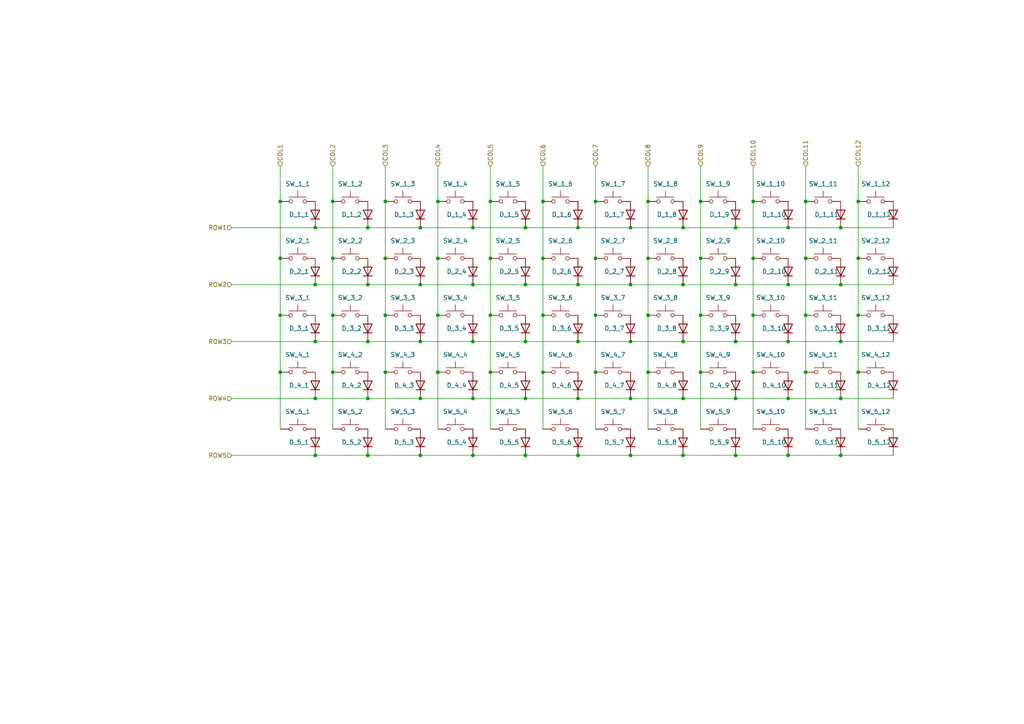
<source format=kicad_sch>
(kicad_sch (version 20250114) (generator "eeschema") (generator_version "9.0")
  (paper "A4")
  (lib_symbols
    (symbol "Device:D" (pin_numbers (hide yes)) (pin_names (offset 1.016) (hide yes))
      (property "Reference" "D" (at 0 2.54 0))
      (property "Value" "D" (at 0 -2.54 0))
      (symbol "D_0_1"
        (polyline (pts (xy -1.27 1.27) (xy -1.27 -1.27)) (stroke (width 0.254)))
        (polyline (pts (xy 1.27 1.27) (xy 1.27 -1.27) (xy -1.27 0) (xy 1.27 1.27)) (stroke (width 0.254)))
        (polyline (pts (xy 1.27 0) (xy -1.27 0)))
      )
      (symbol "D_1_1"
        (pin passive line (at -3.81 0 0) (length 2.54) (name "K") (number "1"))
        (pin passive line (at 3.81 0 180) (length 2.54) (name "A") (number "2"))
      )
    )
    (symbol "Switch:SW_Push" (pin_numbers (hide yes)) (pin_names (offset 1.016) (hide yes))
      (property "Reference" "SW" (at 1.27 2.54 0))
      (property "Value" "SW_Push" (at 0 -1.524 0))
      (symbol "SW_Push_0_1"
        (circle (center -2.032 0) (radius 0.508))
        (polyline (pts (xy 0 1.27) (xy 0 3.048)))
        (circle (center 2.032 0) (radius 0.508))
        (polyline (pts (xy 2.54 1.27) (xy -2.54 1.27)))
        (pin passive line (at -5.08 0 0) (length 2.54) (name "1") (number "1"))
        (pin passive line (at 5.08 0 180) (length 2.54) (name "2") (number "2"))
      )
    )
  )
  (junction (at 121.92 115.57))
  (junction (at 213.36 115.57))
  (junction (at 198.12 132.08))
  (junction (at 228.6 132.08))
  (junction (at 121.92 132.08))
  (junction (at 243.84 66.04))
  (junction (at 157.48 74.93))
  (junction (at 198.12 99.06))
  (junction (at 106.68 99.06))
  (junction (at 96.52 74.93))
  (junction (at 182.88 115.57))
  (junction (at 213.36 82.55))
  (junction (at 213.36 66.04))
  (junction (at 142.24 91.44))
  (junction (at 167.64 132.08))
  (junction (at 127 107.95))
  (junction (at 91.44 115.57))
  (junction (at 233.68 107.95))
  (junction (at 233.68 58.42))
  (junction (at 203.2 74.93))
  (junction (at 218.44 91.44))
  (junction (at 137.16 132.08))
  (junction (at 111.76 91.44))
  (junction (at 91.44 99.06))
  (junction (at 106.68 82.55))
  (junction (at 243.84 99.06))
  (junction (at 182.88 66.04))
  (junction (at 243.84 82.55))
  (junction (at 228.6 99.06))
  (junction (at 218.44 58.42))
  (junction (at 91.44 132.08))
  (junction (at 111.76 107.95))
  (junction (at 137.16 115.57))
  (junction (at 142.24 74.93))
  (junction (at 228.6 115.57))
  (junction (at 111.76 74.93))
  (junction (at 121.92 66.04))
  (junction (at 187.96 91.44))
  (junction (at 152.4 99.06))
  (junction (at 167.64 66.04))
  (junction (at 81.28 91.44))
  (junction (at 167.64 99.06))
  (junction (at 187.96 74.93))
  (junction (at 91.44 66.04))
  (junction (at 167.64 82.55))
  (junction (at 243.84 132.08))
  (junction (at 157.48 58.42))
  (junction (at 152.4 132.08))
  (junction (at 91.44 82.55))
  (junction (at 218.44 74.93))
  (junction (at 127 58.42))
  (junction (at 203.2 107.95))
  (junction (at 228.6 82.55))
  (junction (at 152.4 82.55))
  (junction (at 198.12 115.57))
  (junction (at 111.76 58.42))
  (junction (at 137.16 82.55))
  (junction (at 81.28 58.42))
  (junction (at 137.16 99.06))
  (junction (at 203.2 91.44))
  (junction (at 152.4 115.57))
  (junction (at 198.12 82.55))
  (junction (at 172.72 58.42))
  (junction (at 152.4 66.04))
  (junction (at 81.28 107.95))
  (junction (at 182.88 132.08))
  (junction (at 137.16 66.04))
  (junction (at 233.68 91.44))
  (junction (at 213.36 132.08))
  (junction (at 167.64 115.57))
  (junction (at 187.96 107.95))
  (junction (at 127 91.44))
  (junction (at 218.44 107.95))
  (junction (at 121.92 99.06))
  (junction (at 142.24 107.95))
  (junction (at 248.92 107.95))
  (junction (at 172.72 74.93))
  (junction (at 248.92 74.93))
  (junction (at 106.68 132.08))
  (junction (at 157.48 91.44))
  (junction (at 198.12 66.04))
  (junction (at 228.6 66.04))
  (junction (at 243.84 115.57))
  (junction (at 96.52 107.95))
  (junction (at 81.28 74.93))
  (junction (at 142.24 58.42))
  (junction (at 96.52 91.44))
  (junction (at 157.48 107.95))
  (junction (at 187.96 58.42))
  (junction (at 182.88 82.55))
  (junction (at 233.68 74.93))
  (junction (at 213.36 99.06))
  (junction (at 203.2 58.42))
  (junction (at 248.92 91.44))
  (junction (at 96.52 58.42))
  (junction (at 106.68 115.57))
  (junction (at 121.92 82.55))
  (junction (at 248.92 58.42))
  (junction (at 172.72 107.95))
  (junction (at 172.72 91.44))
  (junction (at 127 74.93))
  (junction (at 106.68 66.04))
  (junction (at 182.88 99.06))
  (wire (pts (xy 187.96 74.93) (xy 187.96 91.44)))
  (wire (pts (xy 111.76 107.95) (xy 111.76 124.46)))
  (wire (pts (xy 182.88 82.55) (xy 198.12 82.55)))
  (wire (pts (xy 198.12 66.04) (xy 213.36 66.04)))
  (wire (pts (xy 121.92 115.57) (xy 106.68 115.57)))
  (wire (pts (xy 127 74.93) (xy 127 91.44)))
  (wire (pts (xy 106.68 82.55) (xy 121.92 82.55)))
  (wire (pts (xy 172.72 91.44) (xy 172.72 107.95)))
  (wire (pts (xy 187.96 48.26) (xy 187.96 58.42)))
  (wire (pts (xy 233.68 58.42) (xy 233.68 74.93)))
  (wire (pts (xy 127 107.95) (xy 127 124.46)))
  (wire (pts (xy 182.88 115.57) (xy 167.64 115.57)))
  (wire (pts (xy 182.88 132.08) (xy 167.64 132.08)))
  (wire (pts (xy 106.68 132.08) (xy 91.44 132.08)))
  (wire (pts (xy 157.48 74.93) (xy 157.48 91.44)))
  (wire (pts (xy 167.64 66.04) (xy 152.4 66.04)))
  (wire (pts (xy 259.08 132.08) (xy 243.84 132.08)))
  (wire (pts (xy 121.92 132.08) (xy 106.68 132.08)))
  (wire (pts (xy 213.36 115.57) (xy 198.12 115.57)))
  (wire (pts (xy 142.24 74.93) (xy 142.24 91.44)))
  (wire (pts (xy 91.44 66.04) (xy 106.68 66.04)))
  (wire (pts (xy 111.76 48.26) (xy 111.76 58.42)))
  (wire (pts (xy 218.44 91.44) (xy 218.44 107.95)))
  (wire (pts (xy 233.68 48.26) (xy 233.68 58.42)))
  (wire (pts (xy 248.92 107.95) (xy 248.92 124.46)))
  (wire (pts (xy 218.44 48.26) (xy 218.44 58.42)))
  (wire (pts (xy 81.28 74.93) (xy 81.28 91.44)))
  (wire (pts (xy 142.24 48.26) (xy 142.24 58.42)))
  (wire (pts (xy 228.6 115.57) (xy 213.36 115.57)))
  (wire (pts (xy 203.2 91.44) (xy 203.2 107.95)))
  (wire (pts (xy 218.44 74.93) (xy 218.44 91.44)))
  (wire (pts (xy 172.72 48.26) (xy 172.72 58.42)))
  (wire (pts (xy 91.44 132.08) (xy 67.31 132.08)))
  (wire (pts (xy 142.24 58.42) (xy 142.24 74.93)))
  (wire (pts (xy 152.4 115.57) (xy 137.16 115.57)))
  (wire (pts (xy 228.6 66.04) (xy 243.84 66.04)))
  (wire (pts (xy 243.84 66.04) (xy 259.08 66.04)))
  (wire (pts (xy 91.44 66.04) (xy 67.31 66.04)))
  (wire (pts (xy 157.48 91.44) (xy 157.48 107.95)))
  (wire (pts (xy 142.24 107.95) (xy 142.24 124.46)))
  (wire (pts (xy 167.64 66.04) (xy 182.88 66.04)))
  (wire (pts (xy 198.12 115.57) (xy 182.88 115.57)))
  (wire (pts (xy 96.52 74.93) (xy 96.52 91.44)))
  (wire (pts (xy 127 58.42) (xy 127 74.93)))
  (wire (pts (xy 81.28 58.42) (xy 81.28 74.93)))
  (wire (pts (xy 218.44 58.42) (xy 218.44 74.93)))
  (wire (pts (xy 233.68 107.95) (xy 233.68 124.46)))
  (wire (pts (xy 198.12 99.06) (xy 213.36 99.06)))
  (wire (pts (xy 167.64 115.57) (xy 152.4 115.57)))
  (wire (pts (xy 167.64 82.55) (xy 182.88 82.55)))
  (wire (pts (xy 127 91.44) (xy 127 107.95)))
  (wire (pts (xy 248.92 58.42) (xy 248.92 74.93)))
  (wire (pts (xy 152.4 82.55) (xy 167.64 82.55)))
  (wire (pts (xy 121.92 66.04) (xy 137.16 66.04)))
  (wire (pts (xy 91.44 82.55) (xy 106.68 82.55)))
  (wire (pts (xy 81.28 48.26) (xy 81.28 58.42)))
  (wire (pts (xy 111.76 91.44) (xy 111.76 107.95)))
  (wire (pts (xy 228.6 82.55) (xy 243.84 82.55)))
  (wire (pts (xy 137.16 115.57) (xy 121.92 115.57)))
  (wire (pts (xy 157.48 48.26) (xy 157.48 58.42)))
  (wire (pts (xy 233.68 74.93) (xy 233.68 91.44)))
  (wire (pts (xy 233.68 91.44) (xy 233.68 107.95)))
  (wire (pts (xy 259.08 115.57) (xy 243.84 115.57)))
  (wire (pts (xy 243.84 115.57) (xy 228.6 115.57)))
  (wire (pts (xy 213.36 66.04) (xy 228.6 66.04)))
  (wire (pts (xy 187.96 58.42) (xy 187.96 74.93)))
  (wire (pts (xy 91.44 115.57) (xy 67.31 115.57)))
  (wire (pts (xy 121.92 99.06) (xy 137.16 99.06)))
  (wire (pts (xy 203.2 74.93) (xy 203.2 91.44)))
  (wire (pts (xy 218.44 107.95) (xy 218.44 124.46)))
  (wire (pts (xy 137.16 99.06) (xy 152.4 99.06)))
  (wire (pts (xy 91.44 99.06) (xy 106.68 99.06)))
  (wire (pts (xy 203.2 58.42) (xy 203.2 74.93)))
  (wire (pts (xy 248.92 74.93) (xy 248.92 91.44)))
  (wire (pts (xy 106.68 99.06) (xy 121.92 99.06)))
  (wire (pts (xy 137.16 132.08) (xy 121.92 132.08)))
  (wire (pts (xy 198.12 132.08) (xy 182.88 132.08)))
  (wire (pts (xy 152.4 99.06) (xy 167.64 99.06)))
  (wire (pts (xy 96.52 107.95) (xy 96.52 124.46)))
  (wire (pts (xy 172.72 58.42) (xy 172.72 74.93)))
  (wire (pts (xy 106.68 115.57) (xy 91.44 115.57)))
  (wire (pts (xy 182.88 66.04) (xy 198.12 66.04)))
  (wire (pts (xy 106.68 66.04) (xy 121.92 66.04)))
  (wire (pts (xy 228.6 99.06) (xy 213.36 99.06)))
  (wire (pts (xy 187.96 107.95) (xy 187.96 124.46)))
  (wire (pts (xy 167.64 99.06) (xy 182.88 99.06)))
  (wire (pts (xy 228.6 99.06) (xy 243.84 99.06)))
  (wire (pts (xy 187.96 91.44) (xy 187.96 107.95)))
  (wire (pts (xy 111.76 74.93) (xy 111.76 91.44)))
  (wire (pts (xy 96.52 91.44) (xy 96.52 107.95)))
  (wire (pts (xy 203.2 107.95) (xy 203.2 124.46)))
  (wire (pts (xy 157.48 107.95) (xy 157.48 124.46)))
  (wire (pts (xy 259.08 99.06) (xy 243.84 99.06)))
  (wire (pts (xy 182.88 99.06) (xy 198.12 99.06)))
  (wire (pts (xy 213.36 132.08) (xy 198.12 132.08)))
  (wire (pts (xy 152.4 82.55) (xy 137.16 82.55)))
  (wire (pts (xy 152.4 132.08) (xy 167.64 132.08)))
  (wire (pts (xy 157.48 58.42) (xy 157.48 74.93)))
  (wire (pts (xy 96.52 48.26) (xy 96.52 58.42)))
  (wire (pts (xy 198.12 82.55) (xy 213.36 82.55)))
  (wire (pts (xy 142.24 91.44) (xy 142.24 107.95)))
  (wire (pts (xy 127 48.26) (xy 127 58.42)))
  (wire (pts (xy 248.92 48.26) (xy 248.92 58.42)))
  (wire (pts (xy 248.92 91.44) (xy 248.92 107.95)))
  (wire (pts (xy 81.28 91.44) (xy 81.28 107.95)))
  (wire (pts (xy 91.44 82.55) (xy 67.31 82.55)))
  (wire (pts (xy 213.36 82.55) (xy 228.6 82.55)))
  (wire (pts (xy 152.4 132.08) (xy 137.16 132.08)))
  (wire (pts (xy 121.92 82.55) (xy 137.16 82.55)))
  (wire (pts (xy 96.52 58.42) (xy 96.52 74.93)))
  (wire (pts (xy 243.84 132.08) (xy 228.6 132.08)))
  (wire (pts (xy 172.72 74.93) (xy 172.72 91.44)))
  (wire (pts (xy 91.44 99.06) (xy 67.31 99.06)))
  (wire (pts (xy 243.84 82.55) (xy 259.08 82.55)))
  (wire (pts (xy 203.2 48.26) (xy 203.2 58.42)))
  (wire (pts (xy 111.76 58.42) (xy 111.76 74.93)))
  (wire (pts (xy 81.28 107.95) (xy 81.28 124.46)))
  (wire (pts (xy 228.6 132.08) (xy 213.36 132.08)))
  (wire (pts (xy 172.72 107.95) (xy 172.72 124.46)))
  (wire (pts (xy 137.16 66.04) (xy 152.4 66.04)))
  (hierarchical_label "ROW1" (shape input) (at 67.31 66.04 180))
  (hierarchical_label "COL6" (shape input) (at 157.48 48.26 90))
  (hierarchical_label "COL1" (shape input) (at 81.28 48.26 90))
  (hierarchical_label "COL3" (shape input) (at 111.76 48.26 90))
  (hierarchical_label "COL2" (shape input) (at 96.52 48.26 90))
  (hierarchical_label "ROW4" (shape input) (at 67.31 115.57 180))
  (hierarchical_label "COL10" (shape input) (at 218.44 48.26 90))
  (hierarchical_label "ROW5" (shape input) (at 67.31 132.08 180))
  (hierarchical_label "COL7" (shape input) (at 172.72 48.26 90))
  (hierarchical_label "COL9" (shape input) (at 203.2 48.26 90))
  (hierarchical_label "ROW2" (shape input) (at 67.31 82.55 180))
  (hierarchical_label "COL5" (shape input) (at 142.24 48.26 90))
  (hierarchical_label "COL11" (shape input) (at 233.68 48.26 90))
  (hierarchical_label "COL8" (shape input) (at 187.96 48.26 90))
  (hierarchical_label "COL12" (shape input) (at 248.92 48.26 90))
  (hierarchical_label "ROW3" (shape input) (at 67.31 99.06 180))
  (hierarchical_label "COL4" (shape input) (at 127 48.26 90))
  (symbol (lib_id "Switch:SW_Push") (at 101.6 58.42 0) (unit 1)
    (property "Reference" "SW_1_2" (at 101.6 53.34 0))
    (property "Value" "Kailh MX hotswap socket" (effects (hide yes)))
    (property "Footprint" "Switch_Keyboard_Kailh:SW_Hotswap_Kailh" (effects (hide yes)))
    (property "Description" "Mechanical Keyboard Switch" (effects (hide yes)))
  )
  (symbol (lib_id "Switch:SW_Push") (at 177.8 91.44 0) (unit 1)
    (property "Reference" "SW_3_7" (at 177.8 86.36 0))
    (property "Value" "Kailh MX hotswap socket" (effects (hide yes)))
    (property "Footprint" "Switch_Keyboard_Kailh:SW_Hotswap_Kailh" (effects (hide yes)))
    (property "Description" "Mechanical Keyboard Switch" (effects (hide yes)))
  )
  (symbol (lib_id "Device:D") (at 106.68 95.25 90) (unit 1)
    (property "Reference" "D_3_2" (at 99.06 95.25 90) (effects (justify right)))
    (property "Value" "1N4148" (effects (hide yes)))
    (property "Footprint" "Keebio-Parts:Diode-dual" (effects (hide yes)))
    (property "Description" "Diode (Through-hole or 0805)" (effects (hide yes)))
  )
  (symbol (lib_id "Switch:SW_Push") (at 238.76 74.93 0) (unit 1)
    (property "Reference" "SW_2_11" (at 238.76 69.85 0))
    (property "Value" "Kailh MX hotswap socket" (effects (hide yes)))
    (property "Footprint" "Switch_Keyboard_Kailh:SW_Hotswap_Kailh" (effects (hide yes)))
    (property "Description" "Mechanical Keyboard Switch" (effects (hide yes)))
  )
  (symbol (lib_id "Switch:SW_Push") (at 238.76 91.44 0) (unit 1)
    (property "Reference" "SW_3_11" (at 238.76 86.36 0))
    (property "Value" "Kailh MX hotswap socket" (effects (hide yes)))
    (property "Footprint" "Switch_Keyboard_Kailh:SW_Hotswap_Kailh" (effects (hide yes)))
    (property "Description" "Mechanical Keyboard Switch" (effects (hide yes)))
  )
  (symbol (lib_id "Device:D") (at 137.16 111.76 90) (unit 1)
    (property "Reference" "D_4_4" (at 129.54 111.76 90) (effects (justify right)))
    (property "Value" "1N4148" (effects (hide yes)))
    (property "Footprint" "Keebio-Parts:Diode-dual" (effects (hide yes)))
    (property "Description" "Diode (Through-hole or 0805)" (effects (hide yes)))
  )
  (symbol (lib_id "Switch:SW_Push") (at 193.04 107.95 0) (unit 1)
    (property "Reference" "SW_4_8" (at 193.04 102.87 0))
    (property "Value" "Kailh MX hotswap socket" (effects (hide yes)))
    (property "Footprint" "Switch_Keyboard_Kailh:SW_Hotswap_Kailh" (effects (hide yes)))
    (property "Description" "Mechanical Keyboard Switch" (effects (hide yes)))
  )
  (symbol (lib_id "Switch:SW_Push") (at 223.52 124.46 0) (unit 1)
    (property "Reference" "SW_5_10" (at 223.52 119.38 0))
    (property "Value" "Kailh MX hotswap socket" (effects (hide yes)))
    (property "Footprint" "Switch_Keyboard_Kailh:SW_Hotswap_Kailh" (effects (hide yes)))
    (property "Description" "Mechanical Keyboard Switch" (effects (hide yes)))
  )
  (symbol (lib_id "Switch:SW_Push") (at 193.04 74.93 0) (unit 1)
    (property "Reference" "SW_2_8" (at 193.04 69.85 0))
    (property "Value" "Kailh MX hotswap socket" (effects (hide yes)))
    (property "Footprint" "Switch_Keyboard_Kailh:SW_Hotswap_Kailh" (effects (hide yes)))
    (property "Description" "Mechanical Keyboard Switch" (effects (hide yes)))
  )
  (symbol (lib_id "Device:D") (at 167.64 95.25 90) (unit 1)
    (property "Reference" "D_3_6" (at 160.02 95.25 90) (effects (justify right)))
    (property "Value" "1N4148" (effects (hide yes)))
    (property "Footprint" "Keebio-Parts:Diode-dual" (effects (hide yes)))
    (property "Description" "Diode (Through-hole or 0805)" (effects (hide yes)))
  )
  (symbol (lib_id "Device:D") (at 198.12 62.23 90) (unit 1)
    (property "Reference" "D_1_8" (at 190.5 62.23 90) (effects (justify right)))
    (property "Value" "1N4148" (effects (hide yes)))
    (property "Footprint" "Keebio-Parts:Diode-dual" (effects (hide yes)))
    (property "Description" "Diode (Through-hole or 0805)" (effects (hide yes)))
  )
  (symbol (lib_id "Device:D") (at 91.44 111.76 90) (unit 1)
    (property "Reference" "D_4_1" (at 83.82 111.76 90) (effects (justify right)))
    (property "Value" "1N4148" (effects (hide yes)))
    (property "Footprint" "Keebio-Parts:Diode-dual" (effects (hide yes)))
    (property "Description" "Diode (Through-hole or 0805)" (effects (hide yes)))
  )
  (symbol (lib_id "Switch:SW_Push") (at 101.6 124.46 0) (unit 1)
    (property "Reference" "SW_5_2" (at 101.6 119.38 0))
    (property "Value" "Kailh MX hotswap socket" (effects (hide yes)))
    (property "Footprint" "Switch_Keyboard_Kailh:SW_Hotswap_Kailh" (effects (hide yes)))
    (property "Description" "Mechanical Keyboard Switch" (effects (hide yes)))
  )
  (symbol (lib_id "Switch:SW_Push") (at 177.8 58.42 0) (unit 1)
    (property "Reference" "SW_1_7" (at 177.8 53.34 0))
    (property "Value" "Kailh MX hotswap socket" (effects (hide yes)))
    (property "Footprint" "Switch_Keyboard_Kailh:SW_Hotswap_Kailh" (effects (hide yes)))
    (property "Description" "Mechanical Keyboard Switch" (effects (hide yes)))
  )
  (symbol (lib_id "Device:D") (at 228.6 111.76 90) (unit 1)
    (property "Reference" "D_4_10" (at 220.98 111.76 90) (effects (justify right)))
    (property "Value" "1N4148" (effects (hide yes)))
    (property "Footprint" "Keebio-Parts:Diode-dual" (effects (hide yes)))
    (property "Description" "Diode (Through-hole or 0805)" (effects (hide yes)))
  )
  (symbol (lib_id "Device:D") (at 106.68 78.74 90) (unit 1)
    (property "Reference" "D_2_2" (at 99.06 78.74 90) (effects (justify right)))
    (property "Value" "1N4148" (effects (hide yes)))
    (property "Footprint" "Keebio-Parts:Diode-dual" (effects (hide yes)))
    (property "Description" "Diode (Through-hole or 0805)" (effects (hide yes)))
  )
  (symbol (lib_id "Device:D") (at 167.64 111.76 90) (unit 1)
    (property "Reference" "D_4_6" (at 160.02 111.76 90) (effects (justify right)))
    (property "Value" "1N4148" (effects (hide yes)))
    (property "Footprint" "Keebio-Parts:Diode-dual" (effects (hide yes)))
    (property "Description" "Diode (Through-hole or 0805)" (effects (hide yes)))
  )
  (symbol (lib_id "Device:D") (at 152.4 62.23 90) (unit 1)
    (property "Reference" "D_1_5" (at 144.78 62.23 90) (effects (justify right)))
    (property "Value" "1N4148" (effects (hide yes)))
    (property "Footprint" "Keebio-Parts:Diode-dual" (effects (hide yes)))
    (property "Description" "Diode (Through-hole or 0805)" (effects (hide yes)))
  )
  (symbol (lib_id "Device:D") (at 182.88 62.23 90) (unit 1)
    (property "Reference" "D_1_7" (at 175.26 62.23 90) (effects (justify right)))
    (property "Value" "1N4148" (effects (hide yes)))
    (property "Footprint" "Keebio-Parts:Diode-dual" (effects (hide yes)))
    (property "Description" "Diode (Through-hole or 0805)" (effects (hide yes)))
  )
  (symbol (lib_id "Device:D") (at 121.92 128.27 90) (unit 1)
    (property "Reference" "D_5_3" (at 114.3 128.27 90) (effects (justify right)))
    (property "Value" "1N4148" (effects (hide yes)))
    (property "Footprint" "Keebio-Parts:Diode-dual" (effects (hide yes)))
    (property "Description" "Diode (Through-hole or 0805)" (effects (hide yes)))
  )
  (symbol (lib_id "Switch:SW_Push") (at 254 91.44 0) (unit 1)
    (property "Reference" "SW_3_12" (at 254 86.36 0))
    (property "Value" "Kailh MX hotswap socket" (effects (hide yes)))
    (property "Footprint" "Switch_Keyboard_Kailh:SW_Hotswap_Kailh" (effects (hide yes)))
    (property "Description" "Mechanical Keyboard Switch" (effects (hide yes)))
  )
  (symbol (lib_id "Device:D") (at 106.68 111.76 90) (unit 1)
    (property "Reference" "D_4_2" (at 99.06 111.76 90) (effects (justify right)))
    (property "Value" "1N4148" (effects (hide yes)))
    (property "Footprint" "Keebio-Parts:Diode-dual" (effects (hide yes)))
    (property "Description" "Diode (Through-hole or 0805)" (effects (hide yes)))
  )
  (symbol (lib_id "Switch:SW_Push") (at 147.32 58.42 0) (unit 1)
    (property "Reference" "SW_1_5" (at 147.32 53.34 0))
    (property "Value" "Kailh MX hotswap socket" (effects (hide yes)))
    (property "Footprint" "Switch_Keyboard_Kailh:SW_Hotswap_Kailh" (effects (hide yes)))
    (property "Description" "Mechanical Keyboard Switch" (effects (hide yes)))
  )
  (symbol (lib_id "Switch:SW_Push") (at 147.32 74.93 0) (unit 1)
    (property "Reference" "SW_2_5" (at 147.32 69.85 0))
    (property "Value" "Kailh MX hotswap socket" (effects (hide yes)))
    (property "Footprint" "Switch_Keyboard_Kailh:SW_Hotswap_Kailh" (effects (hide yes)))
    (property "Description" "Mechanical Keyboard Switch" (effects (hide yes)))
  )
  (symbol (lib_id "Switch:SW_Push") (at 177.8 74.93 0) (unit 1)
    (property "Reference" "SW_2_7" (at 177.8 69.85 0))
    (property "Value" "Kailh MX hotswap socket" (effects (hide yes)))
    (property "Footprint" "Switch_Keyboard_Kailh:SW_Hotswap_Kailh" (effects (hide yes)))
    (property "Description" "Mechanical Keyboard Switch" (effects (hide yes)))
  )
  (symbol (lib_id "Device:D") (at 137.16 78.74 90) (unit 1)
    (property "Reference" "D_2_4" (at 129.54 78.74 90) (effects (justify right)))
    (property "Value" "1N4148" (effects (hide yes)))
    (property "Footprint" "Keebio-Parts:Diode-dual" (effects (hide yes)))
    (property "Description" "Diode (Through-hole or 0805)" (effects (hide yes)))
  )
  (symbol (lib_id "Device:D") (at 243.84 62.23 90) (unit 1)
    (property "Reference" "D_1_11" (at 236.22 62.23 90) (effects (justify right)))
    (property "Value" "1N4148" (effects (hide yes)))
    (property "Footprint" "Keebio-Parts:Diode-dual" (effects (hide yes)))
    (property "Description" "Diode (Through-hole or 0805)" (effects (hide yes)))
  )
  (symbol (lib_id "Device:D") (at 259.08 78.74 90) (unit 1)
    (property "Reference" "D_2_12" (at 251.46 78.74 90) (effects (justify right)))
    (property "Value" "1N4148" (effects (hide yes)))
    (property "Footprint" "Keebio-Parts:Diode-dual" (effects (hide yes)))
    (property "Description" "Diode (Through-hole or 0805)" (effects (hide yes)))
  )
  (symbol (lib_id "Switch:SW_Push") (at 208.28 91.44 0) (unit 1)
    (property "Reference" "SW_3_9" (at 208.28 86.36 0))
    (property "Value" "Kailh MX hotswap socket" (effects (hide yes)))
    (property "Footprint" "Switch_Keyboard_Kailh:SW_Hotswap_Kailh" (effects (hide yes)))
    (property "Description" "Mechanical Keyboard Switch" (effects (hide yes)))
  )
  (symbol (lib_id "Device:D") (at 259.08 62.23 90) (unit 1)
    (property "Reference" "D_1_12" (at 251.46 62.23 90) (effects (justify right)))
    (property "Value" "1N4148" (effects (hide yes)))
    (property "Footprint" "Keebio-Parts:Diode-dual" (effects (hide yes)))
    (property "Description" "Diode (Through-hole or 0805)" (effects (hide yes)))
  )
  (symbol (lib_id "Device:D") (at 259.08 111.76 90) (unit 1)
    (property "Reference" "D_4_12" (at 251.46 111.76 90) (effects (justify right)))
    (property "Value" "1N4148" (effects (hide yes)))
    (property "Footprint" "Keebio-Parts:Diode-dual" (effects (hide yes)))
    (property "Description" "Diode (Through-hole or 0805)" (effects (hide yes)))
  )
  (symbol (lib_id "Device:D") (at 182.88 128.27 90) (unit 1)
    (property "Reference" "D_5_7" (at 175.26 128.27 90) (effects (justify right)))
    (property "Value" "1N4148" (effects (hide yes)))
    (property "Footprint" "Keebio-Parts:Diode-dual" (effects (hide yes)))
    (property "Description" "Diode (Through-hole or 0805)" (effects (hide yes)))
  )
  (symbol (lib_id "Switch:SW_Push") (at 193.04 58.42 0) (unit 1)
    (property "Reference" "SW_1_8" (at 193.04 53.34 0))
    (property "Value" "Kailh MX hotswap socket" (effects (hide yes)))
    (property "Footprint" "Switch_Keyboard_Kailh:SW_Hotswap_Kailh" (effects (hide yes)))
    (property "Description" "Mechanical Keyboard Switch" (effects (hide yes)))
  )
  (symbol (lib_id "Device:D") (at 152.4 95.25 90) (unit 1)
    (property "Reference" "D_3_5" (at 144.78 95.25 90) (effects (justify right)))
    (property "Value" "1N4148" (effects (hide yes)))
    (property "Footprint" "Keebio-Parts:Diode-dual" (effects (hide yes)))
    (property "Description" "Diode (Through-hole or 0805)" (effects (hide yes)))
  )
  (symbol (lib_id "Switch:SW_Push") (at 86.36 58.42 0) (unit 1)
    (property "Reference" "SW_1_1" (at 86.36 53.34 0))
    (property "Value" "Kailh MX hotswap socket" (effects (hide yes)))
    (property "Footprint" "Switch_Keyboard_Kailh:SW_Hotswap_Kailh" (effects (hide yes)))
    (property "Description" "Mechanical Keyboard Switch" (effects (hide yes)))
  )
  (symbol (lib_id "Switch:SW_Push") (at 132.08 58.42 0) (unit 1)
    (property "Reference" "SW_1_4" (at 132.08 53.34 0))
    (property "Value" "Kailh MX hotswap socket" (effects (hide yes)))
    (property "Footprint" "Switch_Keyboard_Kailh:SW_Hotswap_Kailh" (effects (hide yes)))
    (property "Description" "Mechanical Keyboard Switch" (effects (hide yes)))
  )
  (symbol (lib_id "Switch:SW_Push") (at 147.32 124.46 0) (unit 1)
    (property "Reference" "SW_5_5" (at 147.32 119.38 0))
    (property "Value" "Kailh MX hotswap socket" (effects (hide yes)))
    (property "Footprint" "Switch_Keyboard_Kailh:SW_Hotswap_Kailh" (effects (hide yes)))
    (property "Description" "Mechanical Keyboard Switch" (effects (hide yes)))
  )
  (symbol (lib_id "Device:D") (at 152.4 78.74 90) (unit 1)
    (property "Reference" "D_2_5" (at 144.78 78.74 90) (effects (justify right)))
    (property "Value" "1N4148" (effects (hide yes)))
    (property "Footprint" "Keebio-Parts:Diode-dual" (effects (hide yes)))
    (property "Description" "Diode (Through-hole or 0805)" (effects (hide yes)))
  )
  (symbol (lib_id "Switch:SW_Push") (at 162.56 58.42 0) (unit 1)
    (property "Reference" "SW_1_6" (at 162.56 53.34 0))
    (property "Value" "Kailh MX hotswap socket" (effects (hide yes)))
    (property "Footprint" "Switch_Keyboard_Kailh:SW_Hotswap_Kailh" (effects (hide yes)))
    (property "Description" "Mechanical Keyboard Switch" (effects (hide yes)))
  )
  (symbol (lib_id "Device:D") (at 182.88 111.76 90) (unit 1)
    (property "Reference" "D_4_7" (at 175.26 111.76 90) (effects (justify right)))
    (property "Value" "1N4148" (effects (hide yes)))
    (property "Footprint" "Keebio-Parts:Diode-dual" (effects (hide yes)))
    (property "Description" "Diode (Through-hole or 0805)" (effects (hide yes)))
  )
  (symbol (lib_id "Device:D") (at 182.88 78.74 90) (unit 1)
    (property "Reference" "D_2_7" (at 175.26 78.74 90) (effects (justify right)))
    (property "Value" "1N4148" (effects (hide yes)))
    (property "Footprint" "Keebio-Parts:Diode-dual" (effects (hide yes)))
    (property "Description" "Diode (Through-hole or 0805)" (effects (hide yes)))
  )
  (symbol (lib_id "Switch:SW_Push") (at 86.36 74.93 0) (unit 1)
    (property "Reference" "SW_2_1" (at 86.36 69.85 0))
    (property "Value" "Kailh MX hotswap socket" (effects (hide yes)))
    (property "Footprint" "Switch_Keyboard_Kailh:SW_Hotswap_Kailh" (effects (hide yes)))
    (property "Description" "Mechanical Keyboard Switch" (effects (hide yes)))
  )
  (symbol (lib_id "Device:D") (at 198.12 78.74 90) (unit 1)
    (property "Reference" "D_2_8" (at 190.5 78.74 90) (effects (justify right)))
    (property "Value" "1N4148" (effects (hide yes)))
    (property "Footprint" "Keebio-Parts:Diode-dual" (effects (hide yes)))
    (property "Description" "Diode (Through-hole or 0805)" (effects (hide yes)))
  )
  (symbol (lib_id "Device:D") (at 243.84 78.74 90) (unit 1)
    (property "Reference" "D_2_11" (at 236.22 78.74 90) (effects (justify right)))
    (property "Value" "1N4148" (effects (hide yes)))
    (property "Footprint" "Keebio-Parts:Diode-dual" (effects (hide yes)))
    (property "Description" "Diode (Through-hole or 0805)" (effects (hide yes)))
  )
  (symbol (lib_id "Device:D") (at 106.68 62.23 90) (unit 1)
    (property "Reference" "D_1_2" (at 99.06 62.23 90) (effects (justify right)))
    (property "Value" "1N4148" (effects (hide yes)))
    (property "Footprint" "Keebio-Parts:Diode-dual" (effects (hide yes)))
    (property "Description" "Diode (Through-hole or 0805)" (effects (hide yes)))
  )
  (symbol (lib_id "Device:D") (at 91.44 78.74 90) (unit 1)
    (property "Reference" "D_2_1" (at 83.82 78.74 90) (effects (justify right)))
    (property "Value" "1N4148" (effects (hide yes)))
    (property "Footprint" "Keebio-Parts:Diode-dual" (effects (hide yes)))
    (property "Description" "Diode (Through-hole or 0805)" (effects (hide yes)))
  )
  (symbol (lib_id "Device:D") (at 243.84 95.25 90) (unit 1)
    (property "Reference" "D_3_11" (at 236.22 95.25 90) (effects (justify right)))
    (property "Value" "1N4148" (effects (hide yes)))
    (property "Footprint" "Keebio-Parts:Diode-dual" (effects (hide yes)))
    (property "Description" "Diode (Through-hole or 0805)" (effects (hide yes)))
  )
  (symbol (lib_id "Switch:SW_Push") (at 101.6 74.93 0) (unit 1)
    (property "Reference" "SW_2_2" (at 101.6 69.85 0))
    (property "Value" "Kailh MX hotswap socket" (effects (hide yes)))
    (property "Footprint" "Switch_Keyboard_Kailh:SW_Hotswap_Kailh" (effects (hide yes)))
    (property "Description" "Mechanical Keyboard Switch" (effects (hide yes)))
  )
  (symbol (lib_id "Switch:SW_Push") (at 223.52 91.44 0) (unit 1)
    (property "Reference" "SW_3_10" (at 223.52 86.36 0))
    (property "Value" "Kailh MX hotswap socket" (effects (hide yes)))
    (property "Footprint" "Switch_Keyboard_Kailh:SW_Hotswap_Kailh" (effects (hide yes)))
    (property "Description" "Mechanical Keyboard Switch" (effects (hide yes)))
  )
  (symbol (lib_id "Device:D") (at 91.44 95.25 90) (unit 1)
    (property "Reference" "D_3_1" (at 83.82 95.25 90) (effects (justify right)))
    (property "Value" "1N4148" (effects (hide yes)))
    (property "Footprint" "Keebio-Parts:Diode-dual" (effects (hide yes)))
    (property "Description" "Diode (Through-hole or 0805)" (effects (hide yes)))
  )
  (symbol (lib_id "Switch:SW_Push") (at 238.76 124.46 0) (unit 1)
    (property "Reference" "SW_5_11" (at 238.76 119.38 0))
    (property "Value" "Kailh MX hotswap socket" (effects (hide yes)))
    (property "Footprint" "Switch_Keyboard_Kailh:SW_Hotswap_Kailh" (effects (hide yes)))
    (property "Description" "Mechanical Keyboard Switch" (effects (hide yes)))
  )
  (symbol (lib_id "Device:D") (at 198.12 111.76 90) (unit 1)
    (property "Reference" "D_4_8" (at 190.5 111.76 90) (effects (justify right)))
    (property "Value" "1N4148" (effects (hide yes)))
    (property "Footprint" "Keebio-Parts:Diode-dual" (effects (hide yes)))
    (property "Description" "Diode (Through-hole or 0805)" (effects (hide yes)))
  )
  (symbol (lib_id "Device:D") (at 121.92 95.25 90) (unit 1)
    (property "Reference" "D_3_3" (at 114.3 95.25 90) (effects (justify right)))
    (property "Value" "1N4148" (effects (hide yes)))
    (property "Footprint" "Keebio-Parts:Diode-dual" (effects (hide yes)))
    (property "Description" "Diode (Through-hole or 0805)" (effects (hide yes)))
  )
  (symbol (lib_id "Device:D") (at 106.68 128.27 90) (unit 1)
    (property "Reference" "D_5_2" (at 99.06 128.27 90) (effects (justify right)))
    (property "Value" "1N4148" (effects (hide yes)))
    (property "Footprint" "Keebio-Parts:Diode-dual" (effects (hide yes)))
    (property "Description" "Diode (Through-hole or 0805)" (effects (hide yes)))
  )
  (symbol (lib_id "Device:D") (at 228.6 128.27 90) (unit 1)
    (property "Reference" "D_5_10" (at 220.98 128.27 90) (effects (justify right)))
    (property "Value" "1N4148" (effects (hide yes)))
    (property "Footprint" "Keebio-Parts:Diode-dual" (effects (hide yes)))
    (property "Description" "Diode (Through-hole or 0805)" (effects (hide yes)))
  )
  (symbol (lib_id "Switch:SW_Push") (at 116.84 74.93 0) (unit 1)
    (property "Reference" "SW_2_3" (at 116.84 69.85 0))
    (property "Value" "Kailh MX hotswap socket" (effects (hide yes)))
    (property "Footprint" "Switch_Keyboard_Kailh:SW_Hotswap_Kailh" (effects (hide yes)))
    (property "Description" "Mechanical Keyboard Switch" (effects (hide yes)))
  )
  (symbol (lib_id "Device:D") (at 213.36 95.25 90) (unit 1)
    (property "Reference" "D_3_9" (at 205.74 95.25 90) (effects (justify right)))
    (property "Value" "1N4148" (effects (hide yes)))
    (property "Footprint" "Keebio-Parts:Diode-dual" (effects (hide yes)))
    (property "Description" "Diode (Through-hole or 0805)" (effects (hide yes)))
  )
  (symbol (lib_id "Switch:SW_Push") (at 101.6 91.44 0) (unit 1)
    (property "Reference" "SW_3_2" (at 101.6 86.36 0))
    (property "Value" "Kailh MX hotswap socket" (effects (hide yes)))
    (property "Footprint" "Switch_Keyboard_Kailh:SW_Hotswap_Kailh" (effects (hide yes)))
    (property "Description" "Mechanical Keyboard Switch" (effects (hide yes)))
  )
  (symbol (lib_id "Switch:SW_Push") (at 238.76 107.95 0) (unit 1)
    (property "Reference" "SW_4_11" (at 238.76 102.87 0))
    (property "Value" "Kailh MX hotswap socket" (effects (hide yes)))
    (property "Footprint" "Switch_Keyboard_Kailh:SW_Hotswap_Kailh" (effects (hide yes)))
    (property "Description" "Mechanical Keyboard Switch" (effects (hide yes)))
  )
  (symbol (lib_id "Device:D") (at 121.92 62.23 90) (unit 1)
    (property "Reference" "D_1_3" (at 114.3 62.23 90) (effects (justify right)))
    (property "Value" "1N4148" (effects (hide yes)))
    (property "Footprint" "Keebio-Parts:Diode-dual" (effects (hide yes)))
    (property "Description" "Diode (Through-hole or 0805)" (effects (hide yes)))
  )
  (symbol (lib_id "Device:D") (at 167.64 128.27 90) (unit 1)
    (property "Reference" "D_5_6" (at 160.02 128.27 90) (effects (justify right)))
    (property "Value" "1N4148" (effects (hide yes)))
    (property "Footprint" "Keebio-Parts:Diode-dual" (effects (hide yes)))
    (property "Description" "Diode (Through-hole or 0805)" (effects (hide yes)))
  )
  (symbol (lib_id "Device:D") (at 228.6 62.23 90) (unit 1)
    (property "Reference" "D_1_10" (at 220.98 62.23 90) (effects (justify right)))
    (property "Value" "1N4148" (effects (hide yes)))
    (property "Footprint" "Keebio-Parts:Diode-dual" (effects (hide yes)))
    (property "Description" "Diode (Through-hole or 0805)" (effects (hide yes)))
  )
  (symbol (lib_id "Device:D") (at 243.84 111.76 90) (unit 1)
    (property "Reference" "D_4_11" (at 236.22 111.76 90) (effects (justify right)))
    (property "Value" "1N4148" (effects (hide yes)))
    (property "Footprint" "Keebio-Parts:Diode-dual" (effects (hide yes)))
    (property "Description" "Diode (Through-hole or 0805)" (effects (hide yes)))
  )
  (symbol (lib_id "Switch:SW_Push") (at 177.8 107.95 0) (unit 1)
    (property "Reference" "SW_4_7" (at 177.8 102.87 0))
    (property "Value" "Kailh MX hotswap socket" (effects (hide yes)))
    (property "Footprint" "Switch_Keyboard_Kailh:SW_Hotswap_Kailh" (effects (hide yes)))
    (property "Description" "Mechanical Keyboard Switch" (effects (hide yes)))
  )
  (symbol (lib_id "Switch:SW_Push") (at 254 58.42 0) (unit 1)
    (property "Reference" "SW_1_12" (at 254 53.34 0))
    (property "Value" "Kailh MX hotswap socket" (effects (hide yes)))
    (property "Footprint" "Switch_Keyboard_Kailh:SW_Hotswap_Kailh" (effects (hide yes)))
    (property "Description" "Mechanical Keyboard Switch" (effects (hide yes)))
  )
  (symbol (lib_id "Switch:SW_Push") (at 132.08 91.44 0) (unit 1)
    (property "Reference" "SW_3_4" (at 132.08 86.36 0))
    (property "Value" "Kailh MX hotswap socket" (effects (hide yes)))
    (property "Footprint" "Switch_Keyboard_Kailh:SW_Hotswap_Kailh" (effects (hide yes)))
    (property "Description" "Mechanical Keyboard Switch" (effects (hide yes)))
  )
  (symbol (lib_id "Switch:SW_Push") (at 177.8 124.46 0) (unit 1)
    (property "Reference" "SW_5_7" (at 177.8 119.38 0))
    (property "Value" "Kailh MX hotswap socket" (effects (hide yes)))
    (property "Footprint" "Switch_Keyboard_Kailh:SW_Hotswap_Kailh" (effects (hide yes)))
    (property "Description" "Mechanical Keyboard Switch" (effects (hide yes)))
  )
  (symbol (lib_id "Switch:SW_Push") (at 116.84 58.42 0) (unit 1)
    (property "Reference" "SW_1_3" (at 116.84 53.34 0))
    (property "Value" "Kailh MX hotswap socket" (effects (hide yes)))
    (property "Footprint" "Switch_Keyboard_Kailh:SW_Hotswap_Kailh" (effects (hide yes)))
    (property "Description" "Mechanical Keyboard Switch" (effects (hide yes)))
  )
  (symbol (lib_id "Switch:SW_Push") (at 238.76 58.42 0) (unit 1)
    (property "Reference" "SW_1_11" (at 238.76 53.34 0))
    (property "Value" "Kailh MX hotswap socket" (effects (hide yes)))
    (property "Footprint" "Switch_Keyboard_Kailh:SW_Hotswap_Kailh" (effects (hide yes)))
    (property "Description" "Mechanical Keyboard Switch" (effects (hide yes)))
  )
  (symbol (lib_id "Device:D") (at 152.4 128.27 90) (unit 1)
    (property "Reference" "D_5_5" (at 144.78 128.27 90) (effects (justify right)))
    (property "Value" "1N4148" (effects (hide yes)))
    (property "Footprint" "Keebio-Parts:Diode-dual" (effects (hide yes)))
    (property "Description" "Diode (Through-hole or 0805)" (effects (hide yes)))
  )
  (symbol (lib_id "Device:D") (at 259.08 128.27 90) (unit 1)
    (property "Reference" "D_5_12" (at 251.46 128.27 90) (effects (justify right)))
    (property "Value" "1N4148" (effects (hide yes)))
    (property "Footprint" "Keebio-Parts:Diode-dual" (effects (hide yes)))
    (property "Description" "Diode (Through-hole or 0805)" (effects (hide yes)))
  )
  (symbol (lib_id "Device:D") (at 121.92 78.74 90) (unit 1)
    (property "Reference" "D_2_3" (at 114.3 78.74 90) (effects (justify right)))
    (property "Value" "1N4148" (effects (hide yes)))
    (property "Footprint" "Keebio-Parts:Diode-dual" (effects (hide yes)))
    (property "Description" "Diode (Through-hole or 0805)" (effects (hide yes)))
  )
  (symbol (lib_id "Device:D") (at 243.84 128.27 90) (unit 1)
    (property "Reference" "D_5_11" (at 236.22 128.27 90) (effects (justify right)))
    (property "Value" "1N4148" (effects (hide yes)))
    (property "Footprint" "Keebio-Parts:Diode-dual" (effects (hide yes)))
    (property "Description" "Diode (Through-hole or 0805)" (effects (hide yes)))
  )
  (symbol (lib_id "Device:D") (at 228.6 78.74 90) (unit 1)
    (property "Reference" "D_2_10" (at 220.98 78.74 90) (effects (justify right)))
    (property "Value" "1N4148" (effects (hide yes)))
    (property "Footprint" "Keebio-Parts:Diode-dual" (effects (hide yes)))
    (property "Description" "Diode (Through-hole or 0805)" (effects (hide yes)))
  )
  (symbol (lib_id "Switch:SW_Push") (at 132.08 74.93 0) (unit 1)
    (property "Reference" "SW_2_4" (at 132.08 69.85 0))
    (property "Value" "Kailh MX hotswap socket" (effects (hide yes)))
    (property "Footprint" "Switch_Keyboard_Kailh:SW_Hotswap_Kailh" (effects (hide yes)))
    (property "Description" "Mechanical Keyboard Switch" (effects (hide yes)))
  )
  (symbol (lib_id "Switch:SW_Push") (at 162.56 91.44 0) (unit 1)
    (property "Reference" "SW_3_6" (at 162.56 86.36 0))
    (property "Value" "Kailh MX hotswap socket" (effects (hide yes)))
    (property "Footprint" "Switch_Keyboard_Kailh:SW_Hotswap_Kailh" (effects (hide yes)))
    (property "Description" "Mechanical Keyboard Switch" (effects (hide yes)))
  )
  (symbol (lib_id "Device:D") (at 167.64 78.74 90) (unit 1)
    (property "Reference" "D_2_6" (at 160.02 78.74 90) (effects (justify right)))
    (property "Value" "1N4148" (effects (hide yes)))
    (property "Footprint" "Keebio-Parts:Diode-dual" (effects (hide yes)))
    (property "Description" "Diode (Through-hole or 0805)" (effects (hide yes)))
  )
  (symbol (lib_id "Device:D") (at 213.36 111.76 90) (unit 1)
    (property "Reference" "D_4_9" (at 205.74 111.76 90) (effects (justify right)))
    (property "Value" "1N4148" (effects (hide yes)))
    (property "Footprint" "Keebio-Parts:Diode-dual" (effects (hide yes)))
    (property "Description" "Diode (Through-hole or 0805)" (effects (hide yes)))
  )
  (symbol (lib_id "Device:D") (at 152.4 111.76 90) (unit 1)
    (property "Reference" "D_4_5" (at 144.78 111.76 90) (effects (justify right)))
    (property "Value" "1N4148" (effects (hide yes)))
    (property "Footprint" "Keebio-Parts:Diode-dual" (effects (hide yes)))
    (property "Description" "Diode (Through-hole or 0805)" (effects (hide yes)))
  )
  (symbol (lib_id "Switch:SW_Push") (at 86.36 124.46 0) (unit 1)
    (property "Reference" "SW_5_1" (at 86.36 119.38 0))
    (property "Value" "Kailh MX hotswap socket" (effects (hide yes)))
    (property "Footprint" "Switch_Keyboard_Kailh:SW_Hotswap_Kailh" (effects (hide yes)))
    (property "Description" "Mechanical Keyboard Switch" (effects (hide yes)))
  )
  (symbol (lib_id "Switch:SW_Push") (at 223.52 58.42 0) (unit 1)
    (property "Reference" "SW_1_10" (at 223.52 53.34 0))
    (property "Value" "Kailh MX hotswap socket" (effects (hide yes)))
    (property "Footprint" "Switch_Keyboard_Kailh:SW_Hotswap_Kailh" (effects (hide yes)))
    (property "Description" "Mechanical Keyboard Switch" (effects (hide yes)))
  )
  (symbol (lib_id "Switch:SW_Push") (at 162.56 124.46 0) (unit 1)
    (property "Reference" "SW_5_6" (at 162.56 119.38 0))
    (property "Value" "Kailh MX hotswap socket" (effects (hide yes)))
    (property "Footprint" "Switch_Keyboard_Kailh:SW_Hotswap_Kailh" (effects (hide yes)))
    (property "Description" "Mechanical Keyboard Switch" (effects (hide yes)))
  )
  (symbol (lib_id "Device:D") (at 91.44 62.23 90) (unit 1)
    (property "Reference" "D_1_1" (at 83.82 62.23 90) (effects (justify right)))
    (property "Value" "1N4148" (effects (hide yes)))
    (property "Footprint" "Keebio-Parts:Diode-dual" (effects (hide yes)))
    (property "Description" "Diode (Through-hole or 0805)" (effects (hide yes)))
  )
  (symbol (lib_id "Device:D") (at 198.12 95.25 90) (unit 1)
    (property "Reference" "D_3_8" (at 190.5 95.25 90) (effects (justify right)))
    (property "Value" "1N4148" (effects (hide yes)))
    (property "Footprint" "Keebio-Parts:Diode-dual" (effects (hide yes)))
    (property "Description" "Diode (Through-hole or 0805)" (effects (hide yes)))
  )
  (symbol (lib_id "Switch:SW_Push") (at 147.32 107.95 0) (unit 1)
    (property "Reference" "SW_4_5" (at 147.32 102.87 0))
    (property "Value" "Kailh MX hotswap socket" (effects (hide yes)))
    (property "Footprint" "Switch_Keyboard_Kailh:SW_Hotswap_Kailh" (effects (hide yes)))
    (property "Description" "Mechanical Keyboard Switch" (effects (hide yes)))
  )
  (symbol (lib_id "Switch:SW_Push") (at 223.52 107.95 0) (unit 1)
    (property "Reference" "SW_4_10" (at 223.52 102.87 0))
    (property "Value" "Kailh MX hotswap socket" (effects (hide yes)))
    (property "Footprint" "Switch_Keyboard_Kailh:SW_Hotswap_Kailh" (effects (hide yes)))
    (property "Description" "Mechanical Keyboard Switch" (effects (hide yes)))
  )
  (symbol (lib_id "Switch:SW_Push") (at 193.04 124.46 0) (unit 1)
    (property "Reference" "SW_5_8" (at 193.04 119.38 0))
    (property "Value" "Kailh MX hotswap socket" (effects (hide yes)))
    (property "Footprint" "Switch_Keyboard_Kailh:SW_Hotswap_Kailh" (effects (hide yes)))
    (property "Description" "Mechanical Keyboard Switch" (effects (hide yes)))
  )
  (symbol (lib_id "Device:D") (at 167.64 62.23 90) (unit 1)
    (property "Reference" "D_1_6" (at 160.02 62.23 90) (effects (justify right)))
    (property "Value" "1N4148" (effects (hide yes)))
    (property "Footprint" "Keebio-Parts:Diode-dual" (effects (hide yes)))
    (property "Description" "Diode (Through-hole or 0805)" (effects (hide yes)))
  )
  (symbol (lib_id "Device:D") (at 137.16 62.23 90) (unit 1)
    (property "Reference" "D_1_4" (at 129.54 62.23 90) (effects (justify right)))
    (property "Value" "1N4148" (effects (hide yes)))
    (property "Footprint" "Keebio-Parts:Diode-dual" (effects (hide yes)))
    (property "Description" "Diode (Through-hole or 0805)" (effects (hide yes)))
  )
  (symbol (lib_id "Device:D") (at 137.16 128.27 90) (unit 1)
    (property "Reference" "D_5_4" (at 129.54 128.27 90) (effects (justify right)))
    (property "Value" "1N4148" (effects (hide yes)))
    (property "Footprint" "Keebio-Parts:Diode-dual" (effects (hide yes)))
    (property "Description" "Diode (Through-hole or 0805)" (effects (hide yes)))
  )
  (symbol (lib_id "Device:D") (at 198.12 128.27 90) (unit 1)
    (property "Reference" "D_5_8" (at 190.5 128.27 90) (effects (justify right)))
    (property "Value" "1N4148" (effects (hide yes)))
    (property "Footprint" "Keebio-Parts:Diode-dual" (effects (hide yes)))
    (property "Description" "Diode (Through-hole or 0805)" (effects (hide yes)))
  )
  (symbol (lib_id "Device:D") (at 228.6 95.25 90) (unit 1)
    (property "Reference" "D_3_10" (at 220.98 95.25 90) (effects (justify right)))
    (property "Value" "1N4148" (effects (hide yes)))
    (property "Footprint" "Keebio-Parts:Diode-dual" (effects (hide yes)))
    (property "Description" "Diode (Through-hole or 0805)" (effects (hide yes)))
  )
  (symbol (lib_id "Switch:SW_Push") (at 208.28 124.46 0) (unit 1)
    (property "Reference" "SW_5_9" (at 208.28 119.38 0))
    (property "Value" "Kailh MX hotswap socket" (effects (hide yes)))
    (property "Footprint" "Switch_Keyboard_Kailh:SW_Hotswap_Kailh" (effects (hide yes)))
    (property "Description" "Mechanical Keyboard Switch" (effects (hide yes)))
  )
  (symbol (lib_id "Switch:SW_Push") (at 193.04 91.44 0) (unit 1)
    (property "Reference" "SW_3_8" (at 193.04 86.36 0))
    (property "Value" "Kailh MX hotswap socket" (effects (hide yes)))
    (property "Footprint" "Switch_Keyboard_Kailh:SW_Hotswap_Kailh" (effects (hide yes)))
    (property "Description" "Mechanical Keyboard Switch" (effects (hide yes)))
  )
  (symbol (lib_id "Switch:SW_Push") (at 116.84 124.46 0) (unit 1)
    (property "Reference" "SW_5_3" (at 116.84 119.38 0))
    (property "Value" "Kailh MX hotswap socket" (effects (hide yes)))
    (property "Footprint" "Switch_Keyboard_Kailh:SW_Hotswap_Kailh" (effects (hide yes)))
    (property "Description" "Mechanical Keyboard Switch" (effects (hide yes)))
  )
  (symbol (lib_id "Switch:SW_Push") (at 162.56 74.93 0) (unit 1)
    (property "Reference" "SW_2_6" (at 162.56 69.85 0))
    (property "Value" "Kailh MX hotswap socket" (effects (hide yes)))
    (property "Footprint" "Switch_Keyboard_Kailh:SW_Hotswap_Kailh" (effects (hide yes)))
    (property "Description" "Mechanical Keyboard Switch" (effects (hide yes)))
  )
  (symbol (lib_id "Switch:SW_Push") (at 208.28 74.93 0) (unit 1)
    (property "Reference" "SW_2_9" (at 208.28 69.85 0))
    (property "Value" "Kailh MX hotswap socket" (effects (hide yes)))
    (property "Footprint" "Switch_Keyboard_Kailh:SW_Hotswap_Kailh" (effects (hide yes)))
    (property "Description" "Mechanical Keyboard Switch" (effects (hide yes)))
  )
  (symbol (lib_id "Switch:SW_Push") (at 162.56 107.95 0) (unit 1)
    (property "Reference" "SW_4_6" (at 162.56 102.87 0))
    (property "Value" "Kailh MX hotswap socket" (effects (hide yes)))
    (property "Footprint" "Switch_Keyboard_Kailh:SW_Hotswap_Kailh" (effects (hide yes)))
    (property "Description" "Mechanical Keyboard Switch" (effects (hide yes)))
  )
  (symbol (lib_id "Device:D") (at 213.36 62.23 90) (unit 1)
    (property "Reference" "D_1_9" (at 205.74 62.23 90) (effects (justify right)))
    (property "Value" "1N4148" (effects (hide yes)))
    (property "Footprint" "Keebio-Parts:Diode-dual" (effects (hide yes)))
    (property "Description" "Diode (Through-hole or 0805)" (effects (hide yes)))
  )
  (symbol (lib_id "Switch:SW_Push") (at 101.6 107.95 0) (unit 1)
    (property "Reference" "SW_4_2" (at 101.6 102.87 0))
    (property "Value" "Kailh MX hotswap socket" (effects (hide yes)))
    (property "Footprint" "Switch_Keyboard_Kailh:SW_Hotswap_Kailh" (effects (hide yes)))
    (property "Description" "Mechanical Keyboard Switch" (effects (hide yes)))
  )
  (symbol (lib_id "Switch:SW_Push") (at 86.36 107.95 0) (unit 1)
    (property "Reference" "SW_4_1" (at 86.36 102.87 0))
    (property "Value" "Kailh MX hotswap socket" (effects (hide yes)))
    (property "Footprint" "Switch_Keyboard_Kailh:SW_Hotswap_Kailh" (effects (hide yes)))
    (property "Description" "Mechanical Keyboard Switch" (effects (hide yes)))
  )
  (symbol (lib_id "Switch:SW_Push") (at 223.52 74.93 0) (unit 1)
    (property "Reference" "SW_2_10" (at 223.52 69.85 0))
    (property "Value" "Kailh MX hotswap socket" (effects (hide yes)))
    (property "Footprint" "Switch_Keyboard_Kailh:SW_Hotswap_Kailh" (effects (hide yes)))
    (property "Description" "Mechanical Keyboard Switch" (effects (hide yes)))
  )
  (symbol (lib_id "Switch:SW_Push") (at 116.84 107.95 0) (unit 1)
    (property "Reference" "SW_4_3" (at 116.84 102.87 0))
    (property "Value" "Kailh MX hotswap socket" (effects (hide yes)))
    (property "Footprint" "Switch_Keyboard_Kailh:SW_Hotswap_Kailh" (effects (hide yes)))
    (property "Description" "Mechanical Keyboard Switch" (effects (hide yes)))
  )
  (symbol (lib_id "Device:D") (at 91.44 128.27 90) (unit 1)
    (property "Reference" "D_5_1" (at 83.82 128.27 90) (effects (justify right)))
    (property "Value" "1N4148" (effects (hide yes)))
    (property "Footprint" "Keebio-Parts:Diode-dual" (effects (hide yes)))
    (property "Description" "Diode (Through-hole or 0805)" (effects (hide yes)))
  )
  (symbol (lib_id "Switch:SW_Push") (at 254 74.93 0) (unit 1)
    (property "Reference" "SW_2_12" (at 254 69.85 0))
    (property "Value" "Kailh MX hotswap socket" (effects (hide yes)))
    (property "Footprint" "Switch_Keyboard_Kailh:SW_Hotswap_Kailh" (effects (hide yes)))
    (property "Description" "Mechanical Keyboard Switch" (effects (hide yes)))
  )
  (symbol (lib_id "Switch:SW_Push") (at 254 124.46 0) (unit 1)
    (property "Reference" "SW_5_12" (at 254 119.38 0))
    (property "Value" "Kailh MX hotswap socket" (effects (hide yes)))
    (property "Footprint" "Switch_Keyboard_Kailh:SW_Hotswap_Kailh" (effects (hide yes)))
    (property "Description" "Mechanical Keyboard Switch" (effects (hide yes)))
  )
  (symbol (lib_id "Device:D") (at 213.36 78.74 90) (unit 1)
    (property "Reference" "D_2_9" (at 205.74 78.74 90) (effects (justify right)))
    (property "Value" "1N4148" (effects (hide yes)))
    (property "Footprint" "Keebio-Parts:Diode-dual" (effects (hide yes)))
    (property "Description" "Diode (Through-hole or 0805)" (effects (hide yes)))
  )
  (symbol (lib_id "Switch:SW_Push") (at 208.28 107.95 0) (unit 1)
    (property "Reference" "SW_4_9" (at 208.28 102.87 0))
    (property "Value" "Kailh MX hotswap socket" (effects (hide yes)))
    (property "Footprint" "Switch_Keyboard_Kailh:SW_Hotswap_Kailh" (effects (hide yes)))
    (property "Description" "Mechanical Keyboard Switch" (effects (hide yes)))
  )
  (symbol (lib_id "Switch:SW_Push") (at 254 107.95 0) (unit 1)
    (property "Reference" "SW_4_12" (at 254 102.87 0))
    (property "Value" "Kailh MX hotswap socket" (effects (hide yes)))
    (property "Footprint" "Switch_Keyboard_Kailh:SW_Hotswap_Kailh" (effects (hide yes)))
    (property "Description" "Mechanical Keyboard Switch" (effects (hide yes)))
  )
  (symbol (lib_id "Device:D") (at 213.36 128.27 90) (unit 1)
    (property "Reference" "D_5_9" (at 205.74 128.27 90) (effects (justify right)))
    (property "Value" "1N4148" (effects (hide yes)))
    (property "Footprint" "Keebio-Parts:Diode-dual" (effects (hide yes)))
    (property "Description" "Diode (Through-hole or 0805)" (effects (hide yes)))
  )
  (symbol (lib_id "Switch:SW_Push") (at 86.36 91.44 0) (unit 1)
    (property "Reference" "SW_3_1" (at 86.36 86.36 0))
    (property "Value" "Kailh MX hotswap socket" (effects (hide yes)))
    (property "Footprint" "Switch_Keyboard_Kailh:SW_Hotswap_Kailh" (effects (hide yes)))
    (property "Description" "Mechanical Keyboard Switch" (effects (hide yes)))
  )
  (symbol (lib_id "Device:D") (at 259.08 95.25 90) (unit 1)
    (property "Reference" "D_3_12" (at 251.46 95.25 90) (effects (justify right)))
    (property "Value" "1N4148" (effects (hide yes)))
    (property "Footprint" "Keebio-Parts:Diode-dual" (effects (hide yes)))
    (property "Description" "Diode (Through-hole or 0805)" (effects (hide yes)))
  )
  (symbol (lib_id "Switch:SW_Push") (at 132.08 107.95 0) (unit 1)
    (property "Reference" "SW_4_4" (at 132.08 102.87 0))
    (property "Value" "Kailh MX hotswap socket" (effects (hide yes)))
    (property "Footprint" "Switch_Keyboard_Kailh:SW_Hotswap_Kailh" (effects (hide yes)))
    (property "Description" "Mechanical Keyboard Switch" (effects (hide yes)))
  )
  (symbol (lib_id "Device:D") (at 121.92 111.76 90) (unit 1)
    (property "Reference" "D_4_3" (at 114.3 111.76 90) (effects (justify right)))
    (property "Value" "1N4148" (effects (hide yes)))
    (property "Footprint" "Keebio-Parts:Diode-dual" (effects (hide yes)))
    (property "Description" "Diode (Through-hole or 0805)" (effects (hide yes)))
  )
  (symbol (lib_id "Switch:SW_Push") (at 208.28 58.42 0) (unit 1)
    (property "Reference" "SW_1_9" (at 208.28 53.34 0))
    (property "Value" "Kailh MX hotswap socket" (effects (hide yes)))
    (property "Footprint" "Switch_Keyboard_Kailh:SW_Hotswap_Kailh" (effects (hide yes)))
    (property "Description" "Mechanical Keyboard Switch" (effects (hide yes)))
  )
  (symbol (lib_id "Switch:SW_Push") (at 147.32 91.44 0) (unit 1)
    (property "Reference" "SW_3_5" (at 147.32 86.36 0))
    (property "Value" "Kailh MX hotswap socket" (effects (hide yes)))
    (property "Footprint" "Switch_Keyboard_Kailh:SW_Hotswap_Kailh" (effects (hide yes)))
    (property "Description" "Mechanical Keyboard Switch" (effects (hide yes)))
  )
  (symbol (lib_id "Device:D") (at 182.88 95.25 90) (unit 1)
    (property "Reference" "D_3_7" (at 175.26 95.25 90) (effects (justify right)))
    (property "Value" "1N4148" (effects (hide yes)))
    (property "Footprint" "Keebio-Parts:Diode-dual" (effects (hide yes)))
    (property "Description" "Diode (Through-hole or 0805)" (effects (hide yes)))
  )
  (symbol (lib_id "Switch:SW_Push") (at 116.84 91.44 0) (unit 1)
    (property "Reference" "SW_3_3" (at 116.84 86.36 0))
    (property "Value" "Kailh MX hotswap socket" (effects (hide yes)))
    (property "Footprint" "Switch_Keyboard_Kailh:SW_Hotswap_Kailh" (effects (hide yes)))
    (property "Description" "Mechanical Keyboard Switch" (effects (hide yes)))
  )
  (symbol (lib_id "Device:D") (at 137.16 95.25 90) (unit 1)
    (property "Reference" "D_3_4" (at 129.54 95.25 90) (effects (justify right)))
    (property "Value" "1N4148" (effects (hide yes)))
    (property "Footprint" "Keebio-Parts:Diode-dual" (effects (hide yes)))
    (property "Description" "Diode (Through-hole or 0805)" (effects (hide yes)))
  )
  (symbol (lib_id "Switch:SW_Push") (at 132.08 124.46 0) (unit 1)
    (property "Reference" "SW_5_4" (at 132.08 119.38 0))
    (property "Value" "Kailh MX hotswap socket" (effects (hide yes)))
    (property "Footprint" "Switch_Keyboard_Kailh:SW_Hotswap_Kailh" (effects (hide yes)))
    (property "Description" "Mechanical Keyboard Switch" (effects (hide yes)))
  )
)
</source>
